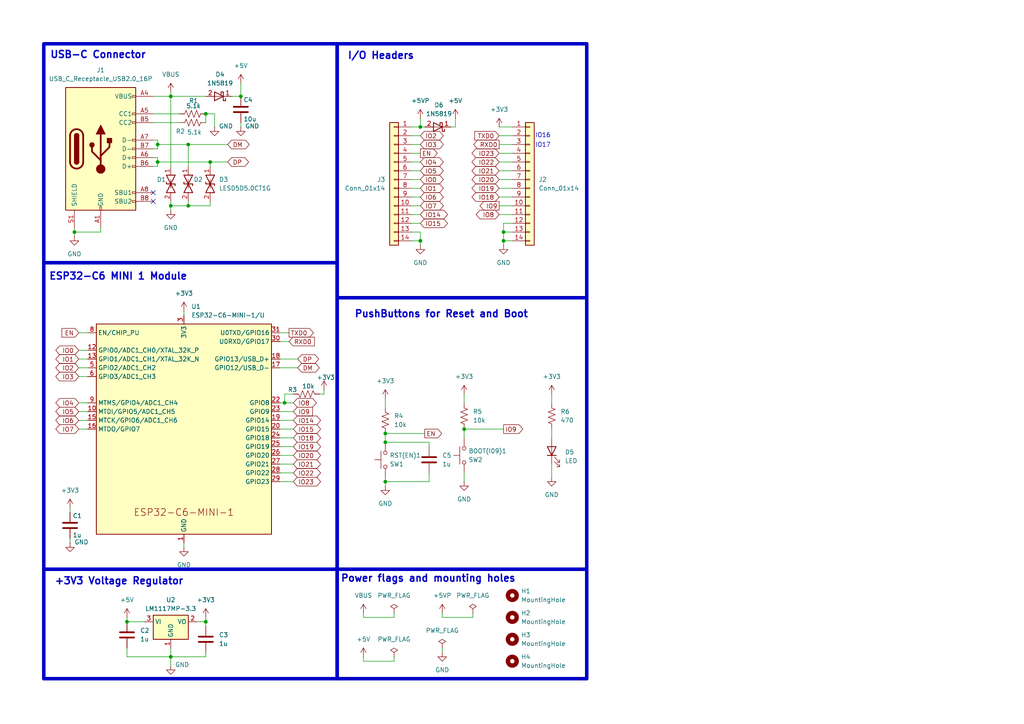
<source format=kicad_sch>
(kicad_sch (version 20250114) (generator "eeschema") (generator_version "9.0")
  (paper "A4")
  (lib_symbols
    (symbol "Connector:USB_C_Receptacle_USB2.0_16P" (pin_names (offset 1.016))
      (property "Reference" "J" (at 0 22.225 0))
      (property "Value" "USB_C_Receptacle_USB2.0_16P" (at 0 19.685 0))
      (symbol "USB_C_Receptacle_USB2.0_16P_0_0"
        (rectangle (start -0.254 -17.78) (end 0.254 -16.764))
        (rectangle (start 10.16 15.494) (end 9.144 14.986))
        (rectangle (start 10.16 10.414) (end 9.144 9.906))
        (rectangle (start 10.16 7.874) (end 9.144 7.366))
        (rectangle (start 10.16 2.794) (end 9.144 2.286))
        (rectangle (start 10.16 0.254) (end 9.144 -0.254))
        (rectangle (start 10.16 -2.286) (end 9.144 -2.794))
        (rectangle (start 10.16 -4.826) (end 9.144 -5.334))
        (rectangle (start 10.16 -12.446) (end 9.144 -12.954))
        (rectangle (start 10.16 -14.986) (end 9.144 -15.494))
      )
      (symbol "USB_C_Receptacle_USB2.0_16P_0_1"
        (rectangle (start -10.16 17.78) (end 10.16 -17.78) (stroke (width 0.254)) (fill (type background)))
        (polyline (pts (xy -8.89 -3.81) (xy -8.89 3.81)) (stroke (width 0.508)))
        (rectangle (start -7.62 -3.81) (end -6.35 3.81) (stroke (width 0.254)) (fill (type outline)))
        (arc (start -7.62 3.81) (mid -6.985 4.4423) (end -6.35 3.81) (stroke (width 0.254)))
        (arc (start -7.62 3.81) (mid -6.985 4.4423) (end -6.35 3.81) (stroke (width 0.254)) (fill (type outline)))
        (arc (start -8.89 3.81) (mid -6.985 5.7067) (end -5.08 3.81) (stroke (width 0.508)))
        (arc (start -5.08 -3.81) (mid -6.985 -5.7067) (end -8.89 -3.81) (stroke (width 0.508)))
        (arc (start -6.35 -3.81) (mid -6.985 -4.4423) (end -7.62 -3.81) (stroke (width 0.254)))
        (arc (start -6.35 -3.81) (mid -6.985 -4.4423) (end -7.62 -3.81) (stroke (width 0.254)) (fill (type outline)))
        (polyline (pts (xy -5.08 3.81) (xy -5.08 -3.81)) (stroke (width 0.508)))
        (circle (center -2.54 1.143) (radius 0.635) (stroke (width 0.254)) (fill (type outline)))
        (polyline (pts (xy -1.27 4.318) (xy 0 6.858) (xy 1.27 4.318) (xy -1.27 4.318)) (stroke (width 0.254)) (fill (type outline)))
        (polyline (pts (xy 0 -2.032) (xy 2.54 0.508) (xy 2.54 1.778)) (stroke (width 0.508)))
        (polyline (pts (xy 0 -3.302) (xy -2.54 -0.762) (xy -2.54 0.508)) (stroke (width 0.508)))
        (polyline (pts (xy 0 -5.842) (xy 0 4.318)) (stroke (width 0.508)))
        (circle (center 0 -5.842) (radius 1.27) (fill (type outline)))
        (rectangle (start 1.905 1.778) (end 3.175 3.048) (stroke (width 0.254)) (fill (type outline)))
      )
      (symbol "USB_C_Receptacle_USB2.0_16P_1_1"
        (pin passive line (at -7.62 -22.86 90) (length 5.08) (name "SHIELD") (number "S1"))
        (pin passive line (at 0 -22.86 90) (length 5.08) (name "GND") (number "A1"))
        (pin passive line (at 0 -22.86 90) (length 5.08) (hide yes) (name "GND") (number "A12"))
        (pin passive line (at 0 -22.86 90) (length 5.08) (hide yes) (name "GND") (number "B1"))
        (pin passive line (at 0 -22.86 90) (length 5.08) (hide yes) (name "GND") (number "B12"))
        (pin passive line (at 15.24 15.24 180) (length 5.08) (name "VBUS") (number "A4"))
        (pin passive line (at 15.24 15.24 180) (length 5.08) (hide yes) (name "VBUS") (number "A9"))
        (pin passive line (at 15.24 15.24 180) (length 5.08) (hide yes) (name "VBUS") (number "B4"))
        (pin passive line (at 15.24 15.24 180) (length 5.08) (hide yes) (name "VBUS") (number "B9"))
        (pin bidirectional line (at 15.24 10.16 180) (length 5.08) (name "CC1") (number "A5"))
        (pin bidirectional line (at 15.24 7.62 180) (length 5.08) (name "CC2") (number "B5"))
        (pin bidirectional line (at 15.24 2.54 180) (length 5.08) (name "D-") (number "A7"))
        (pin bidirectional line (at 15.24 0 180) (length 5.08) (name "D-") (number "B7"))
        (pin bidirectional line (at 15.24 -2.54 180) (length 5.08) (name "D+") (number "A6"))
        (pin bidirectional line (at 15.24 -5.08 180) (length 5.08) (name "D+") (number "B6"))
        (pin bidirectional line (at 15.24 -12.7 180) (length 5.08) (name "SBU1") (number "A8"))
        (pin bidirectional line (at 15.24 -15.24 180) (length 5.08) (name "SBU2") (number "B8"))
      )
    )
    (symbol "Connector_Generic:Conn_01x14" (pin_names (offset 1.016) (hide yes))
      (property "Reference" "J" (at 0 17.78 0))
      (property "Value" "Conn_01x14" (at 0 -20.32 0))
      (symbol "Conn_01x14_1_1"
        (rectangle (start -1.27 16.51) (end 1.27 -19.05) (stroke (width 0.254)) (fill (type background)))
        (rectangle (start -1.27 15.367) (end 0 15.113) (stroke (width 0.1524)))
        (rectangle (start -1.27 12.827) (end 0 12.573) (stroke (width 0.1524)))
        (rectangle (start -1.27 10.287) (end 0 10.033) (stroke (width 0.1524)))
        (rectangle (start -1.27 7.747) (end 0 7.493) (stroke (width 0.1524)))
        (rectangle (start -1.27 5.207) (end 0 4.953) (stroke (width 0.1524)))
        (rectangle (start -1.27 2.667) (end 0 2.413) (stroke (width 0.1524)))
        (rectangle (start -1.27 0.127) (end 0 -0.127) (stroke (width 0.1524)))
        (rectangle (start -1.27 -2.413) (end 0 -2.667) (stroke (width 0.1524)))
        (rectangle (start -1.27 -4.953) (end 0 -5.207) (stroke (width 0.1524)))
        (rectangle (start -1.27 -7.493) (end 0 -7.747) (stroke (width 0.1524)))
        (rectangle (start -1.27 -10.033) (end 0 -10.287) (stroke (width 0.1524)))
        (rectangle (start -1.27 -12.573) (end 0 -12.827) (stroke (width 0.1524)))
        (rectangle (start -1.27 -15.113) (end 0 -15.367) (stroke (width 0.1524)))
        (rectangle (start -1.27 -17.653) (end 0 -17.907) (stroke (width 0.1524)))
        (pin passive line (at -5.08 15.24 0) (length 3.81) (name "Pin_1") (number "1"))
        (pin passive line (at -5.08 12.7 0) (length 3.81) (name "Pin_2") (number "2"))
        (pin passive line (at -5.08 10.16 0) (length 3.81) (name "Pin_3") (number "3"))
        (pin passive line (at -5.08 7.62 0) (length 3.81) (name "Pin_4") (number "4"))
        (pin passive line (at -5.08 5.08 0) (length 3.81) (name "Pin_5") (number "5"))
        (pin passive line (at -5.08 2.54 0) (length 3.81) (name "Pin_6") (number "6"))
        (pin passive line (at -5.08 0 0) (length 3.81) (name "Pin_7") (number "7"))
        (pin passive line (at -5.08 -2.54 0) (length 3.81) (name "Pin_8") (number "8"))
        (pin passive line (at -5.08 -5.08 0) (length 3.81) (name "Pin_9") (number "9"))
        (pin passive line (at -5.08 -7.62 0) (length 3.81) (name "Pin_10") (number "10"))
        (pin passive line (at -5.08 -10.16 0) (length 3.81) (name "Pin_11") (number "11"))
        (pin passive line (at -5.08 -12.7 0) (length 3.81) (name "Pin_12") (number "12"))
        (pin passive line (at -5.08 -15.24 0) (length 3.81) (name "Pin_13") (number "13"))
        (pin passive line (at -5.08 -17.78 0) (length 3.81) (name "Pin_14") (number "14"))
      )
    )
    (symbol "Device:C" (pin_numbers (hide yes)) (pin_names (offset 0.254))
      (property "Reference" "C" (at 0.635 2.54 0))
      (property "Value" "C" (at 0.635 -2.54 0))
      (symbol "C_0_1"
        (polyline (pts (xy -2.032 0.762) (xy 2.032 0.762)) (stroke (width 0.508)))
        (polyline (pts (xy -2.032 -0.762) (xy 2.032 -0.762)) (stroke (width 0.508)))
      )
      (symbol "C_1_1"
        (pin passive line (at 0 3.81 270) (length 2.794) (name "~") (number "1"))
        (pin passive line (at 0 -3.81 90) (length 2.794) (name "~") (number "2"))
      )
    )
    (symbol "Device:LED" (pin_numbers (hide yes)) (pin_names (offset 1.016) (hide yes))
      (property "Reference" "D" (at 0 2.54 0))
      (property "Value" "LED" (at 0 -2.54 0))
      (symbol "LED_0_1"
        (polyline (pts (xy -3.048 -0.762) (xy -4.572 -2.286) (xy -3.81 -2.286) (xy -4.572 -2.286) (xy -4.572 -1.524)))
        (polyline (pts (xy -1.778 -0.762) (xy -3.302 -2.286) (xy -2.54 -2.286) (xy -3.302 -2.286) (xy -3.302 -1.524)))
        (polyline (pts (xy -1.27 0) (xy 1.27 0)))
        (polyline (pts (xy -1.27 -1.27) (xy -1.27 1.27)) (stroke (width 0.254)))
        (polyline (pts (xy 1.27 -1.27) (xy 1.27 1.27) (xy -1.27 0) (xy 1.27 -1.27)) (stroke (width 0.254)))
      )
      (symbol "LED_1_1"
        (pin passive line (at -3.81 0 0) (length 2.54) (name "K") (number "1"))
        (pin passive line (at 3.81 0 180) (length 2.54) (name "A") (number "2"))
      )
    )
    (symbol "Device:R_US" (pin_numbers (hide yes)) (pin_names (offset 0))
      (property "Reference" "R" (at 2.54 0 90))
      (property "Value" "R_US" (at -2.54 0 90))
      (symbol "R_US_0_1"
        (polyline (pts (xy 0 2.286) (xy 0 2.54)))
        (polyline (pts (xy 0 2.286) (xy 1.016 1.905) (xy 0 1.524) (xy -1.016 1.143) (xy 0 0.762)))
        (polyline (pts (xy 0 0.762) (xy 1.016 0.381) (xy 0 0) (xy -1.016 -0.381) (xy 0 -0.762)))
        (polyline (pts (xy 0 -0.762) (xy 1.016 -1.143) (xy 0 -1.524) (xy -1.016 -1.905) (xy 0 -2.286)))
        (polyline (pts (xy 0 -2.286) (xy 0 -2.54)))
      )
      (symbol "R_US_1_1"
        (pin passive line (at 0 3.81 270) (length 1.27) (name "~") (number "1"))
        (pin passive line (at 0 -3.81 90) (length 1.27) (name "~") (number "2"))
      )
    )
    (symbol "Mechanical:MountingHole" (pin_names (offset 1.016)) (in_bom no)
      (property "Reference" "H" (at 0 5.08 0))
      (property "Value" "MountingHole" (at 0 3.175 0))
      (symbol "MountingHole_0_1"
        (circle (center 0 0) (radius 1.27) (stroke (width 1.27)))
      )
    )
    (symbol "Regulator_Linear:LM1117MP-3.3"
      (property "Reference" "U" (at -3.81 3.175 0))
      (property "Value" "LM1117MP-3.3" (at 0 3.175 0))
      (symbol "LM1117MP-3.3_0_1"
        (rectangle (start -5.08 -5.08) (end 5.08 1.905) (stroke (width 0.254)) (fill (type background)))
      )
      (symbol "LM1117MP-3.3_1_1"
        (pin power_in line (at -7.62 0 0) (length 2.54) (name "VI") (number "3"))
        (pin power_in line (at 0 -7.62 90) (length 2.54) (name "GND") (number "1"))
        (pin power_out line (at 7.62 0 180) (length 2.54) (name "VO") (number "2"))
      )
    )
    (symbol "Switch:SW_Push" (pin_numbers (hide yes)) (pin_names (offset 1.016) (hide yes))
      (property "Reference" "SW" (at 1.27 2.54 0))
      (property "Value" "SW_Push" (at 0 -1.524 0))
      (symbol "SW_Push_0_1"
        (circle (center -2.032 0) (radius 0.508))
        (polyline (pts (xy 0 1.27) (xy 0 3.048)))
        (circle (center 2.032 0) (radius 0.508))
        (polyline (pts (xy 2.54 1.27) (xy -2.54 1.27)))
        (pin passive line (at -5.08 0 0) (length 2.54) (name "1") (number "1"))
        (pin passive line (at 5.08 0 180) (length 2.54) (name "2") (number "2"))
      )
    )
    (symbol "myparts:1N5819HW-7-F" (pin_names (hide yes))
      (property "Reference" "D" (at -1.27 2.794 0))
      (property "Value" "1N5819" (at 0.254 -2.794 0))
      (symbol "1N5819HW-7-F_0_1"
        (polyline (pts (xy -1.905 0.635) (xy -1.905 1.27) (xy -1.27 1.27) (xy -1.27 -1.27) (xy -0.635 -1.27) (xy -0.635 -0.635)) (stroke (width 0.254)))
        (polyline (pts (xy 1.27 1.27) (xy 1.27 -1.27) (xy -1.27 0) (xy 1.27 1.27)) (stroke (width 0.254)))
        (polyline (pts (xy 1.27 0) (xy -1.27 0)))
      )
      (symbol "1N5819HW-7-F_1_1"
        (pin passive line (at -3.81 0 0) (length 2.54) (name "K") (number "1"))
        (pin passive line (at 3.81 0 180) (length 2.54) (name "A") (number "2"))
      )
    )
    (symbol "myparts:ESP32-C6-MINI-1/U"
      (property "Reference" "U" (at -25.4 35.56 0))
      (property "Value" "ESP32-C6-MINI-1/U" (at -25.4 33.02 0))
      (symbol "ESP32-C6-MINI-1/U_0_0"
        (text "ESP32-C6-MINI-1" (at 0 -24.13 0) (effects (font (size 2 2))))
      )
      (symbol "ESP32-C6-MINI-1/U_0_1"
        (rectangle (start -25.4 30.48) (end 25.4 -30.48) (stroke (width 0.254)) (fill (type background)))
      )
      (symbol "ESP32-C6-MINI-1/U_1_1"
        (pin input line (at -27.94 27.94 0) (length 2.54) (name "EN/CHIP_PU") (number "8"))
        (pin bidirectional line (at -27.94 22.86 0) (length 2.54) (name "GPIO0/ADC1_CH0/XTAL_32K_P") (number "12"))
        (pin bidirectional line (at -27.94 20.32 0) (length 2.54) (name "GPIO1/ADC1_CH1/XTAL_32K_N") (number "13"))
        (pin bidirectional line (at -27.94 17.78 0) (length 2.54) (name "GPIO2/ADC1_CH2") (number "5"))
        (pin bidirectional line (at -27.94 15.24 0) (length 2.54) (name "GPIO3/ADC1_CH3") (number "6"))
        (pin bidirectional line (at -27.94 7.62 0) (length 2.54) (name "MTMS/GPIO4/ADC1_CH4") (number "9"))
        (pin bidirectional line (at -27.94 5.08 0) (length 2.54) (name "MTDI/GPIO5/ADC1_CH5") (number "10"))
        (pin bidirectional line (at -27.94 2.54 0) (length 2.54) (name "MTCK/GPIO6/ADC1_CH6") (number "15"))
        (pin bidirectional line (at -27.94 0 0) (length 2.54) (name "MTDO/GPIO7") (number "16"))
        (pin no_connect line (at -25.4 -5.08 0) (length 2.54) (hide yes) (name "NC") (number "4"))
        (pin no_connect line (at -25.4 -7.62 0) (length 2.54) (hide yes) (name "NC") (number "7"))
        (pin no_connect line (at -25.4 -10.16 0) (length 2.54) (hide yes) (name "NC") (number "21"))
        (pin no_connect line (at -25.4 -12.7 0) (length 2.54) (hide yes) (name "NC") (number "32"))
        (pin no_connect line (at -25.4 -15.24 0) (length 2.54) (hide yes) (name "NC") (number "33"))
        (pin no_connect line (at -25.4 -17.78 0) (length 2.54) (hide yes) (name "NC") (number "34"))
        (pin no_connect line (at -25.4 -20.32 0) (length 2.54) (hide yes) (name "NC") (number "35"))
        (pin power_in line (at 0 33.02 270) (length 2.54) (name "3V3") (number "3"))
        (pin power_in line (at 0 -33.02 90) (length 2.54) (name "GND") (number "1"))
        (pin passive line (at 0 -33.02 90) (length 2.54) (hide yes) (name "GND") (number "11"))
        (pin passive line (at 0 -33.02 90) (length 2.54) (hide yes) (name "GND") (number "14"))
        (pin passive line (at 0 -33.02 90) (length 2.54) (hide yes) (name "GND") (number "2"))
        (pin passive line (at 0 -33.02 90) (length 2.54) (hide yes) (name "GND") (number "36"))
        (pin passive line (at 0 -33.02 90) (length 2.54) (hide yes) (name "GND") (number "37"))
        (pin passive line (at 0 -33.02 90) (length 2.54) (hide yes) (name "GND") (number "38"))
        (pin passive line (at 0 -33.02 90) (length 2.54) (hide yes) (name "GND") (number "39"))
        (pin passive line (at 0 -33.02 90) (length 2.54) (hide yes) (name "GND") (number "40"))
        (pin passive line (at 0 -33.02 90) (length 2.54) (hide yes) (name "GND") (number "41"))
        (pin passive line (at 0 -33.02 90) (length 2.54) (hide yes) (name "GND") (number "42"))
        (pin passive line (at 0 -33.02 90) (length 2.54) (hide yes) (name "GND") (number "43"))
        (pin passive line (at 0 -33.02 90) (length 2.54) (hide yes) (name "GND") (number "44"))
        (pin passive line (at 0 -33.02 90) (length 2.54) (hide yes) (name "GND") (number "45"))
        (pin passive line (at 0 -33.02 90) (length 2.54) (hide yes) (name "GND") (number "46"))
        (pin passive line (at 0 -33.02 90) (length 2.54) (hide yes) (name "GND") (number "47"))
        (pin passive line (at 0 -33.02 90) (length 2.54) (hide yes) (name "GND") (number "48"))
        (pin passive line (at 0 -33.02 90) (length 2.54) (hide yes) (name "GND") (number "49"))
        (pin passive line (at 0 -33.02 90) (length 2.54) (hide yes) (name "GND") (number "50"))
        (pin passive line (at 0 -33.02 90) (length 2.54) (hide yes) (name "GND") (number "51"))
        (pin passive line (at 0 -33.02 90) (length 2.54) (hide yes) (name "GND") (number "52"))
        (pin passive line (at 0 -33.02 90) (length 2.54) (hide yes) (name "GND") (number "53"))
        (pin bidirectional line (at 27.94 27.94 180) (length 2.54) (name "U0TXD/GPIO16") (number "31"))
        (pin bidirectional line (at 27.94 25.4 180) (length 2.54) (name "U0RXD/GPIO17") (number "30"))
        (pin bidirectional line (at 27.94 20.32 180) (length 2.54) (name "GPIO13/USB_D+") (number "18"))
        (pin bidirectional line (at 27.94 17.78 180) (length 2.54) (name "GPIO12/USB_D-") (number "17"))
        (pin bidirectional line (at 27.94 7.62 180) (length 2.54) (name "GPIO8") (number "22"))
        (pin bidirectional line (at 27.94 5.08 180) (length 2.54) (name "GPIO9") (number "23"))
        (pin bidirectional line (at 27.94 2.54 180) (length 2.54) (name "GPIO14") (number "19"))
        (pin bidirectional line (at 27.94 0 180) (length 2.54) (name "GPIO15") (number "20"))
        (pin bidirectional line (at 27.94 -2.54 180) (length 2.54) (name "GPIO18") (number "24"))
        (pin bidirectional line (at 27.94 -5.08 180) (length 2.54) (name "GPIO19") (number "25"))
        (pin bidirectional line (at 27.94 -7.62 180) (length 2.54) (name "GPIO20") (number "26"))
        (pin bidirectional line (at 27.94 -10.16 180) (length 2.54) (name "GPIO21") (number "27"))
        (pin bidirectional line (at 27.94 -12.7 180) (length 2.54) (name "GPIO22") (number "28"))
        (pin bidirectional line (at 27.94 -15.24 180) (length 2.54) (name "GPIO23") (number "29"))
      )
    )
    (symbol "myparts:LESD5D5.0CT1G" (pin_names (hide yes))
      (property "Reference" "D" (at -9.906 -3.048 0))
      (property "Value" "LESD5D5.0CT1G" (at 0 0 0))
      (symbol "LESD5D5.0CT1G_0_1"
        (polyline (pts (xy -2.54 1.27) (xy -2.54 -1.27) (xy 2.54 1.27) (xy 2.54 -1.27) (xy -2.54 1.27)) (stroke (width 0.254)))
        (polyline (pts (xy 0.508 1.27) (xy 0 1.27) (xy 0 -1.27) (xy -0.508 -1.27)) (stroke (width 0.254)))
        (polyline (pts (xy 1.27 0) (xy -1.27 0)))
      )
      (symbol "LESD5D5.0CT1G_1_1"
        (pin passive line (at -5.08 0 0) (length 2.54) (name "A1") (number "1"))
        (pin passive line (at 5.08 0 180) (length 2.54) (name "A2") (number "2"))
      )
    )
    (symbol "power:+3V3" (power) (pin_numbers (hide yes)) (pin_names (offset 0) (hide yes))
      (property "Value" "+3V3" (at 0 3.556 0))
      (symbol "+3V3_0_1"
        (polyline (pts (xy -0.762 1.27) (xy 0 2.54)))
        (polyline (pts (xy 0 2.54) (xy 0.762 1.27)))
        (polyline (pts (xy 0 0) (xy 0 2.54)))
      )
      (symbol "+3V3_1_1"
        (pin power_in line (at 0 0 90) (length 0) (name "~") (number "1"))
      )
    )
    (symbol "power:+5V" (power) (pin_numbers (hide yes)) (pin_names (offset 0) (hide yes))
      (property "Value" "+5V" (at 0 3.556 0))
      (symbol "+5V_0_1"
        (polyline (pts (xy -0.762 1.27) (xy 0 2.54)))
        (polyline (pts (xy 0 2.54) (xy 0.762 1.27)))
        (polyline (pts (xy 0 0) (xy 0 2.54)))
      )
      (symbol "+5V_1_1"
        (pin power_in line (at 0 0 90) (length 0) (name "~") (number "1"))
      )
    )
    (symbol "power:+5VP" (power) (pin_numbers (hide yes)) (pin_names (offset 0) (hide yes))
      (property "Value" "+5VP" (at 0 3.556 0))
      (symbol "+5VP_0_1"
        (polyline (pts (xy -0.762 1.27) (xy 0 2.54)))
        (polyline (pts (xy 0 2.54) (xy 0.762 1.27)))
        (polyline (pts (xy 0 0) (xy 0 2.54)))
      )
      (symbol "+5VP_1_1"
        (pin power_in line (at 0 0 90) (length 0) (name "~") (number "1"))
      )
    )
    (symbol "power:GND" (power) (pin_numbers (hide yes)) (pin_names (offset 0) (hide yes))
      (property "Value" "GND" (at 0 -3.81 0))
      (symbol "GND_0_1"
        (polyline (pts (xy 0 0) (xy 0 -1.27) (xy 1.27 -1.27) (xy 0 -2.54) (xy -1.27 -1.27) (xy 0 -1.27)))
      )
      (symbol "GND_1_1"
        (pin power_in line (at 0 0 270) (length 0) (name "~") (number "1"))
      )
    )
    (symbol "power:PWR_FLAG" (power) (pin_numbers (hide yes)) (pin_names (offset 0) (hide yes))
      (property "Value" "PWR_FLAG" (at 0 3.81 0))
      (symbol "PWR_FLAG_0_0"
        (pin power_out line (at 0 0 90) (length 0) (name "~") (number "1"))
      )
      (symbol "PWR_FLAG_0_1"
        (polyline (pts (xy 0 0) (xy 0 1.27) (xy -1.016 1.905) (xy 0 2.54) (xy 1.016 1.905) (xy 0 1.27)))
      )
    )
    (symbol "power:VBUS" (power) (pin_numbers (hide yes)) (pin_names (offset 0) (hide yes))
      (property "Value" "VBUS" (at 0 3.556 0))
      (symbol "VBUS_0_1"
        (polyline (pts (xy -0.762 1.27) (xy 0 2.54)))
        (polyline (pts (xy 0 2.54) (xy 0.762 1.27)))
        (polyline (pts (xy 0 0) (xy 0 2.54)))
      )
      (symbol "VBUS_1_1"
        (pin power_in line (at 0 0 90) (length 0) (name "~") (number "1"))
      )
    )
  )
  (rectangle (start 12.7 165.1) (end 97.79 196.85) (stroke (width 1.016)))
  (rectangle (start 97.79 165.1) (end 170.18 196.85) (stroke (width 1.016)))
  (rectangle (start 97.79 86.36) (end 170.18 165.1) (stroke (width 1.016)))
  (rectangle (start 12.7 12.7) (end 97.79 76.2) (stroke (width 1.016)))
  (rectangle (start 12.7 76.2) (end 97.79 165.1) (stroke (width 1.016)))
  (rectangle (start 97.79 12.7) (end 170.18 86.36) (stroke (width 1.016)))
  (text "USB-C Connector" (at 28.448 16.002 0) (effects (font (size 2.032 2.032) (thickness 0.4064) (bold yes))))
  (text "+3V3 Voltage Regulator" (at 34.544 168.656 0) (effects (font (size 2.032 2.032) (thickness 0.4064) (bold yes))))
  (text "PushButtons for Reset and Boot" (at 128.016 91.186 0) (effects (font (size 2.032 2.032) (thickness 0.4064) (bold yes))))
  (text "I/O Headers" (at 110.49 16.256 0) (effects (font (size 2.032 2.032) (thickness 0.4064) (bold yes))))
  (text "Power flags and mounting holes" (at 124.206 167.894 0) (effects (font (size 2.032 2.032) (thickness 0.4064) (bold yes))))
  (text "ESP32-C6 MINI 1 Module" (at 34.29 80.264 0) (effects (font (size 2.032 2.032) (thickness 0.4064) (bold yes))))
  (text "IO17" (at 157.48 42.164 0) (effects (font (size 1.27 1.27))))
  (text "IO16" (at 157.48 39.37 0) (effects (font (size 1.27 1.27))))
  (junction (at 49.53 59.69))
  (junction (at 59.69 180.34))
  (junction (at 111.76 125.73))
  (junction (at 36.83 180.34))
  (junction (at 121.92 36.83))
  (junction (at 69.85 27.94))
  (junction (at 21.59 67.31))
  (junction (at 49.53 27.94))
  (junction (at 54.61 41.91))
  (junction (at 82.55 116.84))
  (junction (at 45.72 46.99))
  (junction (at 59.69 33.02))
  (junction (at 49.53 190.5))
  (junction (at 111.76 128.27))
  (junction (at 146.05 67.31))
  (junction (at 45.72 41.91))
  (junction (at 134.62 124.46))
  (junction (at 54.61 59.69))
  (junction (at 111.76 139.7))
  (junction (at 146.05 69.85))
  (junction (at 60.96 46.99))
  (junction (at 121.92 69.85))
  (no_connect (at 44.45 58.42))
  (no_connect (at 44.45 55.88))
  (wire (pts (xy 81.28 116.84) (xy 82.55 116.84)))
  (wire (pts (xy 111.76 125.73) (xy 123.19 125.73)))
  (wire (pts (xy 36.83 187.96) (xy 36.83 190.5)))
  (wire (pts (xy 85.09 114.3) (xy 82.55 114.3)))
  (wire (pts (xy 124.46 128.27) (xy 124.46 129.54)))
  (wire (pts (xy 44.45 27.94) (xy 49.53 27.94)))
  (wire (pts (xy 81.28 96.52) (xy 83.82 96.52)))
  (wire (pts (xy 111.76 125.73) (xy 111.76 128.27)))
  (wire (pts (xy 81.28 129.54) (xy 85.09 129.54)))
  (wire (pts (xy 69.85 35.56) (xy 69.85 36.83)))
  (wire (pts (xy 45.72 40.64) (xy 45.72 41.91)))
  (wire (pts (xy 121.92 67.31) (xy 121.92 69.85)))
  (wire (pts (xy 81.28 119.38) (xy 85.09 119.38)))
  (wire (pts (xy 22.86 124.46) (xy 25.4 124.46)))
  (wire (pts (xy 160.02 124.46) (xy 160.02 127)))
  (wire (pts (xy 44.45 35.56) (xy 52.07 35.56)))
  (wire (pts (xy 20.32 147.32) (xy 20.32 148.59)))
  (wire (pts (xy 20.32 156.21) (xy 20.32 157.48)))
  (wire (pts (xy 81.28 99.06) (xy 83.82 99.06)))
  (wire (pts (xy 49.53 190.5) (xy 49.53 193.04)))
  (wire (pts (xy 81.28 124.46) (xy 85.09 124.46)))
  (wire (pts (xy 45.72 46.99) (xy 45.72 48.26)))
  (wire (pts (xy 45.72 46.99) (xy 60.96 46.99)))
  (wire (pts (xy 57.15 180.34) (xy 59.69 180.34)))
  (wire (pts (xy 119.38 49.53) (xy 121.92 49.53)))
  (wire (pts (xy 134.62 137.16) (xy 134.62 139.7)))
  (wire (pts (xy 111.76 128.27) (xy 124.46 128.27)))
  (wire (pts (xy 36.83 190.5) (xy 49.53 190.5)))
  (wire (pts (xy 121.92 69.85) (xy 121.92 71.12)))
  (wire (pts (xy 59.69 179.07) (xy 59.69 180.34)))
  (wire (pts (xy 49.53 27.94) (xy 59.69 27.94)))
  (wire (pts (xy 148.59 64.77) (xy 146.05 64.77)))
  (wire (pts (xy 22.86 119.38) (xy 25.4 119.38)))
  (wire (pts (xy 21.59 66.04) (xy 21.59 67.31)))
  (wire (pts (xy 124.46 139.7) (xy 111.76 139.7)))
  (wire (pts (xy 36.83 179.07) (xy 36.83 180.34)))
  (wire (pts (xy 49.53 190.5) (xy 59.69 190.5)))
  (wire (pts (xy 111.76 138.43) (xy 111.76 139.7)))
  (wire (pts (xy 134.62 124.46) (xy 146.05 124.46)))
  (wire (pts (xy 124.46 137.16) (xy 124.46 139.7)))
  (wire (pts (xy 49.53 59.69) (xy 54.61 59.69)))
  (wire (pts (xy 121.92 36.83) (xy 123.19 36.83)))
  (wire (pts (xy 114.3 190.5) (xy 114.3 191.77)))
  (wire (pts (xy 22.86 106.68) (xy 25.4 106.68)))
  (wire (pts (xy 119.38 59.69) (xy 121.92 59.69)))
  (wire (pts (xy 49.53 59.69) (xy 49.53 60.96)))
  (wire (pts (xy 59.69 181.61) (xy 59.69 180.34)))
  (wire (pts (xy 44.45 33.02) (xy 52.07 33.02)))
  (wire (pts (xy 146.05 64.77) (xy 146.05 67.31)))
  (wire (pts (xy 67.31 27.94) (xy 69.85 27.94)))
  (wire (pts (xy 119.38 67.31) (xy 121.92 67.31)))
  (wire (pts (xy 111.76 115.57) (xy 111.76 118.11)))
  (wire (pts (xy 93.98 114.3) (xy 92.71 114.3)))
  (wire (pts (xy 62.23 36.83) (xy 62.23 33.02)))
  (wire (pts (xy 144.78 44.45) (xy 148.59 44.45)))
  (wire (pts (xy 128.27 177.8) (xy 128.27 179.07)))
  (wire (pts (xy 81.28 137.16) (xy 85.09 137.16)))
  (wire (pts (xy 144.78 36.83) (xy 148.59 36.83)))
  (wire (pts (xy 45.72 41.91) (xy 45.72 43.18)))
  (wire (pts (xy 160.02 114.3) (xy 160.02 116.84)))
  (wire (pts (xy 81.28 104.14) (xy 86.36 104.14)))
  (wire (pts (xy 137.16 177.8) (xy 137.16 179.07)))
  (wire (pts (xy 60.96 58.42) (xy 60.96 59.69)))
  (wire (pts (xy 111.76 139.7) (xy 111.76 140.97)))
  (wire (pts (xy 119.38 69.85) (xy 121.92 69.85)))
  (wire (pts (xy 119.38 64.77) (xy 121.92 64.77)))
  (wire (pts (xy 144.78 46.99) (xy 148.59 46.99)))
  (wire (pts (xy 60.96 46.99) (xy 60.96 48.26)))
  (wire (pts (xy 44.45 48.26) (xy 45.72 48.26)))
  (wire (pts (xy 134.62 124.46) (xy 134.62 127)))
  (wire (pts (xy 105.41 190.5) (xy 105.41 191.77)))
  (wire (pts (xy 54.61 41.91) (xy 54.61 48.26)))
  (wire (pts (xy 81.28 121.92) (xy 85.09 121.92)))
  (wire (pts (xy 85.09 116.84) (xy 82.55 116.84)))
  (wire (pts (xy 44.45 40.64) (xy 45.72 40.64)))
  (wire (pts (xy 144.78 41.91) (xy 148.59 41.91)))
  (wire (pts (xy 144.78 52.07) (xy 148.59 52.07)))
  (wire (pts (xy 49.53 58.42) (xy 49.53 59.69)))
  (wire (pts (xy 21.59 67.31) (xy 29.21 67.31)))
  (wire (pts (xy 119.38 52.07) (xy 121.92 52.07)))
  (wire (pts (xy 119.38 39.37) (xy 121.92 39.37)))
  (wire (pts (xy 44.45 45.72) (xy 45.72 45.72)))
  (wire (pts (xy 81.28 132.08) (xy 85.09 132.08)))
  (wire (pts (xy 148.59 67.31) (xy 146.05 67.31)))
  (wire (pts (xy 21.59 67.31) (xy 21.59 68.58)))
  (wire (pts (xy 105.41 177.8) (xy 105.41 179.07)))
  (wire (pts (xy 93.98 113.03) (xy 93.98 114.3)))
  (wire (pts (xy 146.05 69.85) (xy 148.59 69.85)))
  (wire (pts (xy 119.38 46.99) (xy 121.92 46.99)))
  (wire (pts (xy 132.08 34.29) (xy 132.08 36.83)))
  (wire (pts (xy 54.61 59.69) (xy 60.96 59.69)))
  (wire (pts (xy 59.69 33.02) (xy 62.23 33.02)))
  (wire (pts (xy 81.28 127) (xy 85.09 127)))
  (wire (pts (xy 130.81 36.83) (xy 132.08 36.83)))
  (wire (pts (xy 119.38 54.61) (xy 121.92 54.61)))
  (wire (pts (xy 119.38 57.15) (xy 121.92 57.15)))
  (wire (pts (xy 105.41 179.07) (xy 114.3 179.07)))
  (wire (pts (xy 81.28 134.62) (xy 85.09 134.62)))
  (wire (pts (xy 36.83 180.34) (xy 41.91 180.34)))
  (wire (pts (xy 59.69 33.02) (xy 59.69 35.56)))
  (wire (pts (xy 29.21 66.04) (xy 29.21 67.31)))
  (wire (pts (xy 22.86 101.6) (xy 25.4 101.6)))
  (wire (pts (xy 22.86 96.52) (xy 25.4 96.52)))
  (wire (pts (xy 114.3 177.8) (xy 114.3 179.07)))
  (wire (pts (xy 119.38 36.83) (xy 121.92 36.83)))
  (wire (pts (xy 146.05 67.31) (xy 146.05 69.85)))
  (wire (pts (xy 119.38 62.23) (xy 121.92 62.23)))
  (wire (pts (xy 119.38 44.45) (xy 121.92 44.45)))
  (wire (pts (xy 82.55 114.3) (xy 82.55 116.84)))
  (wire (pts (xy 146.05 69.85) (xy 146.05 71.12)))
  (wire (pts (xy 54.61 58.42) (xy 54.61 59.69)))
  (wire (pts (xy 53.34 157.48) (xy 53.34 158.75)))
  (wire (pts (xy 45.72 45.72) (xy 45.72 46.99)))
  (wire (pts (xy 22.86 104.14) (xy 25.4 104.14)))
  (wire (pts (xy 160.02 134.62) (xy 160.02 138.43)))
  (wire (pts (xy 144.78 59.69) (xy 148.59 59.69)))
  (wire (pts (xy 128.27 187.96) (xy 128.27 189.23)))
  (wire (pts (xy 69.85 24.13) (xy 69.85 27.94)))
  (wire (pts (xy 49.53 48.26) (xy 49.53 27.94)))
  (wire (pts (xy 144.78 62.23) (xy 148.59 62.23)))
  (wire (pts (xy 59.69 189.23) (xy 59.69 190.5)))
  (wire (pts (xy 53.34 90.17) (xy 53.34 91.44)))
  (wire (pts (xy 119.38 41.91) (xy 121.92 41.91)))
  (wire (pts (xy 45.72 43.18) (xy 44.45 43.18)))
  (wire (pts (xy 144.78 49.53) (xy 148.59 49.53)))
  (wire (pts (xy 81.28 139.7) (xy 85.09 139.7)))
  (wire (pts (xy 105.41 191.77) (xy 114.3 191.77)))
  (wire (pts (xy 45.72 41.91) (xy 54.61 41.91)))
  (wire (pts (xy 81.28 106.68) (xy 86.36 106.68)))
  (wire (pts (xy 54.61 41.91) (xy 66.04 41.91)))
  (wire (pts (xy 144.78 39.37) (xy 148.59 39.37)))
  (wire (pts (xy 22.86 109.22) (xy 25.4 109.22)))
  (wire (pts (xy 22.86 116.84) (xy 25.4 116.84)))
  (wire (pts (xy 121.92 34.29) (xy 121.92 36.83)))
  (wire (pts (xy 49.53 26.67) (xy 49.53 27.94)))
  (wire (pts (xy 60.96 46.99) (xy 66.04 46.99)))
  (wire (pts (xy 134.62 114.3) (xy 134.62 116.84)))
  (wire (pts (xy 144.78 57.15) (xy 148.59 57.15)))
  (wire (pts (xy 49.53 187.96) (xy 49.53 190.5)))
  (wire (pts (xy 128.27 179.07) (xy 137.16 179.07)))
  (wire (pts (xy 144.78 54.61) (xy 148.59 54.61)))
  (wire (pts (xy 22.86 121.92) (xy 25.4 121.92)))
  (global_label "IO4" (shape bidirectional) (at 22.86 116.84 180) (property "Intersheetrefs" "${INTERSHEET_REFS}" (effects (hide yes))))
  (global_label "IO20" (shape bidirectional) (at 85.09 132.08 0) (property "Intersheetrefs" "${INTERSHEET_REFS}" (effects (hide yes))))
  (global_label "TXD0" (shape input) (at 144.78 39.37 180) (property "Intersheetrefs" "${INTERSHEET_REFS}" (effects (hide yes))))
  (global_label "IO14" (shape bidirectional) (at 121.92 62.23 0) (property "Intersheetrefs" "${INTERSHEET_REFS}" (effects (hide yes))))
  (global_label "IO21" (shape bidirectional) (at 144.78 49.53 180) (property "Intersheetrefs" "${INTERSHEET_REFS}" (effects (hide yes))))
  (global_label "IO8" (shape bidirectional) (at 85.09 116.84 0) (property "Intersheetrefs" "${INTERSHEET_REFS}" (effects (hide yes))))
  (global_label "IO22" (shape bidirectional) (at 144.78 46.99 180) (property "Intersheetrefs" "${INTERSHEET_REFS}" (effects (hide yes))))
  (global_label "IO1" (shape bidirectional) (at 121.92 54.61 0) (property "Intersheetrefs" "${INTERSHEET_REFS}" (effects (hide yes))))
  (global_label "IO14" (shape bidirectional) (at 85.09 121.92 0) (property "Intersheetrefs" "${INTERSHEET_REFS}" (effects (hide yes))))
  (global_label "IO6" (shape bidirectional) (at 121.92 57.15 0) (property "Intersheetrefs" "${INTERSHEET_REFS}" (effects (hide yes))))
  (global_label "RXD0" (shape input) (at 83.82 99.06 0) (property "Intersheetrefs" "${INTERSHEET_REFS}" (effects (hide yes))))
  (global_label "IO3" (shape bidirectional) (at 121.92 41.91 0) (property "Intersheetrefs" "${INTERSHEET_REFS}" (effects (hide yes))))
  (global_label "DM" (shape bidirectional) (at 66.04 41.91 0) (property "Intersheetrefs" "${INTERSHEET_REFS}" (effects (hide yes))))
  (global_label "IO23" (shape bidirectional) (at 144.78 44.45 180) (property "Intersheetrefs" "${INTERSHEET_REFS}" (effects (hide yes))))
  (global_label "IO21" (shape bidirectional) (at 85.09 134.62 0) (property "Intersheetrefs" "${INTERSHEET_REFS}" (effects (hide yes))))
  (global_label "IO9" (shape output) (at 146.05 124.46 0) (property "Intersheetrefs" "${INTERSHEET_REFS}" (effects (hide yes))))
  (global_label "IO0" (shape bidirectional) (at 121.92 52.07 0) (property "Intersheetrefs" "${INTERSHEET_REFS}" (effects (hide yes))))
  (global_label "IO15" (shape bidirectional) (at 121.92 64.77 0) (property "Intersheetrefs" "${INTERSHEET_REFS}" (effects (hide yes))))
  (global_label "IO9" (shape output) (at 144.78 59.69 180) (property "Intersheetrefs" "${INTERSHEET_REFS}" (effects (hide yes))))
  (global_label "IO8" (shape bidirectional) (at 144.78 62.23 180) (property "Intersheetrefs" "${INTERSHEET_REFS}" (effects (hide yes))))
  (global_label "IO18" (shape bidirectional) (at 85.09 127 0) (property "Intersheetrefs" "${INTERSHEET_REFS}" (effects (hide yes))))
  (global_label "IO4" (shape bidirectional) (at 121.92 46.99 0) (property "Intersheetrefs" "${INTERSHEET_REFS}" (effects (hide yes))))
  (global_label "DP" (shape bidirectional) (at 86.36 104.14 0) (property "Intersheetrefs" "${INTERSHEET_REFS}" (effects (hide yes))))
  (global_label "RXD0" (shape output) (at 144.78 41.91 180) (property "Intersheetrefs" "${INTERSHEET_REFS}" (effects (hide yes))))
  (global_label "IO9" (shape input) (at 85.09 119.38 0) (property "Intersheetrefs" "${INTERSHEET_REFS}" (effects (hide yes))))
  (global_label "IO2" (shape bidirectional) (at 121.92 39.37 0) (property "Intersheetrefs" "${INTERSHEET_REFS}" (effects (hide yes))))
  (global_label "IO2" (shape bidirectional) (at 22.86 106.68 180) (property "Intersheetrefs" "${INTERSHEET_REFS}" (effects (hide yes))))
  (global_label "EN" (shape output) (at 123.19 125.73 0) (property "Intersheetrefs" "${INTERSHEET_REFS}" (effects (hide yes))))
  (global_label "IO19" (shape bidirectional) (at 144.78 54.61 180) (property "Intersheetrefs" "${INTERSHEET_REFS}" (effects (hide yes))))
  (global_label "IO0" (shape bidirectional) (at 22.86 101.6 180) (property "Intersheetrefs" "${INTERSHEET_REFS}" (effects (hide yes))))
  (global_label "IO6" (shape bidirectional) (at 22.86 121.92 180) (property "Intersheetrefs" "${INTERSHEET_REFS}" (effects (hide yes))))
  (global_label "IO22" (shape bidirectional) (at 85.09 137.16 0) (property "Intersheetrefs" "${INTERSHEET_REFS}" (effects (hide yes))))
  (global_label "IO5" (shape bidirectional) (at 22.86 119.38 180) (property "Intersheetrefs" "${INTERSHEET_REFS}" (effects (hide yes))))
  (global_label "IO23" (shape bidirectional) (at 85.09 139.7 0) (property "Intersheetrefs" "${INTERSHEET_REFS}" (effects (hide yes))))
  (global_label "IO1" (shape bidirectional) (at 22.86 104.14 180) (property "Intersheetrefs" "${INTERSHEET_REFS}" (effects (hide yes))))
  (global_label "IO19" (shape bidirectional) (at 85.09 129.54 0) (property "Intersheetrefs" "${INTERSHEET_REFS}" (effects (hide yes))))
  (global_label "IO15" (shape bidirectional) (at 85.09 124.46 0) (property "Intersheetrefs" "${INTERSHEET_REFS}" (effects (hide yes))))
  (global_label "IO20" (shape bidirectional) (at 144.78 52.07 180) (property "Intersheetrefs" "${INTERSHEET_REFS}" (effects (hide yes))))
  (global_label "IO5" (shape bidirectional) (at 121.92 49.53 0) (property "Intersheetrefs" "${INTERSHEET_REFS}" (effects (hide yes))))
  (global_label "EN" (shape output) (at 121.92 44.45 0) (property "Intersheetrefs" "${INTERSHEET_REFS}" (effects (hide yes))))
  (global_label "IO3" (shape bidirectional) (at 22.86 109.22 180) (property "Intersheetrefs" "${INTERSHEET_REFS}" (effects (hide yes))))
  (global_label "IO7" (shape bidirectional) (at 121.92 59.69 0) (property "Intersheetrefs" "${INTERSHEET_REFS}" (effects (hide yes))))
  (global_label "IO18" (shape bidirectional) (at 144.78 57.15 180) (property "Intersheetrefs" "${INTERSHEET_REFS}" (effects (hide yes))))
  (global_label "TXD0" (shape output) (at 83.82 96.52 0) (property "Intersheetrefs" "${INTERSHEET_REFS}" (effects (hide yes))))
  (global_label "DP" (shape bidirectional) (at 66.04 46.99 0) (property "Intersheetrefs" "${INTERSHEET_REFS}" (effects (hide yes))))
  (global_label "EN" (shape input) (at 22.86 96.52 180) (property "Intersheetrefs" "${INTERSHEET_REFS}" (effects (hide yes))))
  (global_label "IO7" (shape bidirectional) (at 22.86 124.46 180) (property "Intersheetrefs" "${INTERSHEET_REFS}" (effects (hide yes))))
  (global_label "DM" (shape bidirectional) (at 86.36 106.68 0) (property "Intersheetrefs" "${INTERSHEET_REFS}" (effects (hide yes))))
  (symbol (lib_id "power:GND") (at 21.59 68.58 0) (unit 1)
    (property "Reference" "#PWR05" (effects (hide yes)))
    (property "Value" "GND" (at 21.59 73.66 0))
    (property "Description" "Power symbol creates a global label with name \"GND\" , ground" (effects (hide yes)))
  )
  (symbol (lib_id "power:+5VP") (at 128.27 177.8 0) (unit 1)
    (property "Reference" "#PWR024" (effects (hide yes)))
    (property "Value" "+5VP" (at 128.27 172.72 0))
    (property "Description" "Power symbol creates a global label with name \"+5VP\"" (effects (hide yes)))
  )
  (symbol (lib_id "Mechanical:MountingHole") (at 148.59 172.72 0) (unit 1) (in_bom no)
    (property "Reference" "H1" (at 151.13 171.4499 0) (effects (justify left)))
    (property "Value" "MountingHole" (at 151.13 173.9899 0) (effects (justify left)))
    (property "Footprint" "MountingHole:MountingHole_3.2mm_M3" (effects (hide yes)))
    (property "Description" "Mounting Hole without connection" (effects (hide yes)))
  )
  (symbol (lib_id "myparts:ESP32-C6-MINI-1/U") (at 53.34 124.46 0) (unit 1)
    (property "Reference" "U1" (at 55.4833 88.9 0) (effects (justify left)))
    (property "Value" "ESP32-C6-MINI-1/U" (at 55.4833 91.44 0) (effects (justify left)))
    (property "Footprint" "myparts:ESP32-C6-MINI-1" (effects (hide yes)))
    (property "Datasheet" "https://www.espressif.com/sites/default/files/documentation/esp32-c6-mini-1_datasheet_en.pdf" (effects (hide yes)))
    (property "Description" "ESP32-C6-MINI-1 is a module that supports 2.4 GHz Wi-Fi 6 (802.11 ax), Bluetooth® 5 (LE), Zigbee and Thread (802.15.4)" (effects (hide yes)))
  )
  (symbol (lib_id "power:GND") (at 53.34 158.75 0) (unit 1)
    (property "Reference" "#PWR08" (effects (hide yes)))
    (property "Value" "GND" (at 53.34 163.83 0))
    (property "Description" "Power symbol creates a global label with name \"GND\" , ground" (effects (hide yes)))
  )
  (symbol (lib_id "Device:R_US") (at 55.88 35.56 90) (unit 1)
    (property "Reference" "R2" (at 52.324 38.1 90))
    (property "Value" "5.1k" (at 56.388 38.354 90))
    (property "Footprint" "Resistor_SMD:R_1206_3216Metric_Pad1.30x1.75mm_HandSolder" (effects (hide yes)))
    (property "Description" "Resistor, US symbol" (effects (hide yes)))
  )
  (symbol (lib_id "power:GND") (at 62.23 36.83 0) (unit 1)
    (property "Reference" "#PWR03" (effects (hide yes)))
    (property "Value" "GND" (at 65.532 36.576 0))
    (property "Description" "Power symbol creates a global label with name \"GND\" , ground" (effects (hide yes)))
  )
  (symbol (lib_id "power:GND") (at 49.53 60.96 0) (unit 1)
    (property "Reference" "#PWR02" (effects (hide yes)))
    (property "Value" "GND" (at 49.53 66.04 0))
    (property "Description" "Power symbol creates a global label with name \"GND\" , ground" (effects (hide yes)))
  )
  (symbol (lib_id "Device:R_US") (at 134.62 120.65 180) (unit 1)
    (property "Reference" "R5" (at 137.16 119.3799 0) (effects (justify right)))
    (property "Value" "10k" (at 137.16 121.9199 0) (effects (justify right)))
    (property "Footprint" "Resistor_SMD:R_1206_3216Metric_Pad1.30x1.75mm_HandSolder" (effects (hide yes)))
    (property "Description" "Resistor, US symbol" (effects (hide yes)))
  )
  (symbol (lib_id "power:+3V3") (at 134.62 114.3 0) (unit 1)
    (property "Reference" "#PWR011" (effects (hide yes)))
    (property "Value" "+3V3" (at 134.62 109.22 0))
    (property "Description" "Power symbol creates a global label with name \"+3V3\"" (effects (hide yes)))
  )
  (symbol (lib_id "power:PWR_FLAG") (at 114.3 177.8 0) (unit 1)
    (property "Reference" "#FLG01" (effects (hide yes)))
    (property "Value" "PWR_FLAG" (at 114.3 172.72 0))
    (property "Description" "Special symbol for telling ERC where power comes from" (effects (hide yes)))
  )
  (symbol (lib_id "power:GND") (at 146.05 71.12 0) (unit 1)
    (property "Reference" "#PWR018" (effects (hide yes)))
    (property "Value" "GND" (at 146.05 76.2 0))
    (property "Description" "Power symbol creates a global label with name \"GND\" , ground" (effects (hide yes)))
  )
  (symbol (lib_id "Device:R_US") (at 88.9 114.3 90) (mirror x) (unit 1)
    (property "Reference" "R3" (at 84.836 113.03 90))
    (property "Value" "10k" (at 89.408 112.014 90))
    (property "Footprint" "Resistor_SMD:R_1206_3216Metric_Pad1.30x1.75mm_HandSolder" (effects (hide yes)))
    (property "Description" "Resistor, US symbol" (effects (hide yes)))
  )
  (symbol (lib_id "power:GND") (at 121.92 71.12 0) (unit 1)
    (property "Reference" "#PWR014" (effects (hide yes)))
    (property "Value" "GND" (at 121.92 76.2 0))
    (property "Description" "Power symbol creates a global label with name \"GND\" , ground" (effects (hide yes)))
  )
  (symbol (lib_id "power:GND") (at 20.32 157.48 0) (unit 1)
    (property "Reference" "#PWR029" (effects (hide yes)))
    (property "Value" "GND" (at 23.622 157.226 0))
    (property "Description" "Power symbol creates a global label with name \"GND\" , ground" (effects (hide yes)))
  )
  (symbol (lib_id "power:+3V3") (at 59.69 179.07 0) (unit 1)
    (property "Reference" "#PWR06" (effects (hide yes)))
    (property "Value" "+3V3" (at 59.69 173.99 0))
    (property "Description" "Power symbol creates a global label with name \"+3V3\"" (effects (hide yes)))
  )
  (symbol (lib_id "Device:R_US") (at 111.76 121.92 180) (unit 1)
    (property "Reference" "R4" (at 114.3 120.6499 0) (effects (justify right)))
    (property "Value" "10k" (at 114.3 123.1899 0) (effects (justify right)))
    (property "Footprint" "Resistor_SMD:R_1206_3216Metric_Pad1.30x1.75mm_HandSolder" (effects (hide yes)))
    (property "Description" "Resistor, US symbol" (effects (hide yes)))
  )
  (symbol (lib_id "power:GND") (at 49.53 193.04 0) (unit 1)
    (property "Reference" "#PWR021" (effects (hide yes)))
    (property "Value" "GND" (at 52.832 192.786 0))
    (property "Description" "Power symbol creates a global label with name \"GND\" , ground" (effects (hide yes)))
  )
  (symbol (lib_id "power:+3V3") (at 20.32 147.32 0) (unit 1)
    (property "Reference" "#PWR028" (effects (hide yes)))
    (property "Value" "+3V3" (at 20.32 142.24 0))
    (property "Description" "Power symbol creates a global label with name \"+3V3\"" (effects (hide yes)))
  )
  (symbol (lib_id "Connector_Generic:Conn_01x14") (at 153.67 52.07 0) (unit 1)
    (property "Reference" "J2" (at 156.21 52.0699 0) (effects (justify left)))
    (property "Value" "Conn_01x14" (at 156.21 54.6099 0) (effects (justify left)))
    (property "Footprint" "Connector_PinSocket_2.54mm:PinSocket_1x14_P2.54mm_Vertical" (effects (hide yes)))
    (property "Description" "Generic connector, single row, 01x14, script generated (kicad-library-utils/schlib/autogen/connector/)" (effects (hide yes)))
  )
  (symbol (lib_id "power:VBUS") (at 105.41 177.8 0) (unit 1)
    (property "Reference" "#PWR022" (effects (hide yes)))
    (property "Value" "VBUS" (at 105.41 172.72 0))
    (property "Description" "Power symbol creates a global label with name \"VBUS\"" (effects (hide yes)))
  )
  (symbol (lib_id "power:+5VP") (at 121.92 34.29 0) (unit 1)
    (property "Reference" "#PWR015" (effects (hide yes)))
    (property "Value" "+5VP" (at 121.92 29.21 0))
    (property "Description" "Power symbol creates a global label with name \"+5VP\"" (effects (hide yes)))
  )
  (symbol (lib_id "Device:C") (at 20.32 152.4 0) (unit 1)
    (property "Reference" "C1" (at 21.082 149.606 0) (effects (justify left)))
    (property "Value" "1u" (at 21.082 155.194 0) (effects (justify left)))
    (property "Footprint" "Resistor_SMD:R_1206_3216Metric_Pad1.30x1.75mm_HandSolder" (effects (hide yes)))
    (property "Description" "Unpolarized capacitor" (effects (hide yes)))
  )
  (symbol (lib_id "myparts:LESD5D5.0CT1G") (at 54.61 53.34 270) (unit 1)
    (property "Reference" "D2" (at 56.134 52.07 90) (effects (justify left)))
    (property "Value" "LESD5D5.0CT1G" (effects (hide yes)))
    (property "Footprint" "Diode_SMD:D_SOD-523" (effects (hide yes)))
  )
  (symbol (lib_id "power:GND") (at 128.27 189.23 0) (unit 1)
    (property "Reference" "#PWR025" (effects (hide yes)))
    (property "Value" "GND" (at 128.27 194.31 0))
    (property "Description" "Power symbol creates a global label with name \"GND\" , ground" (effects (hide yes)))
  )
  (symbol (lib_id "Switch:SW_Push") (at 134.62 132.08 90) (unit 1)
    (property "Reference" "BOOT(I09)1" (at 135.89 130.8099 90) (effects (justify right)))
    (property "Value" "SW2" (at 135.89 133.3499 90) (effects (justify right)))
    (property "Footprint" "Button_Switch_SMD:SW_SPST_PTS810" (effects (hide yes)))
    (property "Description" "Push button switch, generic, two pins" (effects (hide yes)))
  )
  (symbol (lib_id "Connector:USB_C_Receptacle_USB2.0_16P") (at 29.21 43.18 0) (unit 1)
    (property "Reference" "J1" (at 29.21 20.32 0))
    (property "Value" "USB_C_Receptacle_USB2.0_16P" (at 29.21 22.86 0))
    (property "Footprint" "Connector_USB:USB_C_Receptacle_GCT_USB4110" (effects (hide yes)))
    (property "Datasheet" "https://www.usb.org/sites/default/files/documents/usb_type-c.zip" (effects (hide yes)))
    (property "Description" "USB 2.0-only 16P Type-C Receptacle connector" (effects (hide yes)))
  )
  (symbol (lib_id "power:PWR_FLAG") (at 114.3 190.5 0) (unit 1)
    (property "Reference" "#FLG03" (effects (hide yes)))
    (property "Value" "PWR_FLAG" (at 114.3 185.42 0))
    (property "Description" "Special symbol for telling ERC where power comes from" (effects (hide yes)))
  )
  (symbol (lib_id "power:+3V3") (at 93.98 113.03 0) (mirror y) (unit 1)
    (property "Reference" "#PWR013" (effects (hide yes)))
    (property "Value" "+3V3" (at 94.488 109.474 0))
    (property "Description" "Power symbol creates a global label with name \"+3V3\"" (effects (hide yes)))
  )
  (symbol (lib_id "Regulator_Linear:LM1117MP-3.3") (at 49.53 180.34 0) (unit 1)
    (property "Reference" "U2" (at 49.53 173.99 0))
    (property "Value" "LM1117MP-3.3" (at 49.53 176.53 0))
    (property "Footprint" "Package_TO_SOT_SMD:SOT-223-3_TabPin2" (effects (hide yes)))
    (property "Datasheet" "http://www.ti.com/lit/ds/symlink/lm1117.pdf" (effects (hide yes)))
    (property "Description" "800mA Low-Dropout Linear Regulator, 3.3V fixed output, SOT-223" (effects (hide yes)))
  )
  (symbol (lib_id "power:GND") (at 160.02 138.43 0) (unit 1)
    (property "Reference" "#PWR027" (effects (hide yes)))
    (property "Value" "GND" (at 160.02 143.51 0))
    (property "Description" "Power symbol creates a global label with name \"GND\" , ground" (effects (hide yes)))
  )
  (symbol (lib_id "power:+3V3") (at 160.02 114.3 0) (unit 1)
    (property "Reference" "#PWR026" (effects (hide yes)))
    (property "Value" "+3V3" (at 160.02 109.22 0))
    (property "Description" "Power symbol creates a global label with name \"+3V3\"" (effects (hide yes)))
  )
  (symbol (lib_id "power:GND") (at 111.76 140.97 0) (unit 1)
    (property "Reference" "#PWR010" (effects (hide yes)))
    (property "Value" "GND" (at 111.76 146.05 0))
    (property "Description" "Power symbol creates a global label with name \"GND\" , ground" (effects (hide yes)))
  )
  (symbol (lib_id "Switch:SW_Push") (at 111.76 133.35 90) (unit 1)
    (property "Reference" "RST(EN)1" (at 113.03 132.0799 90) (effects (justify right)))
    (property "Value" "SW1" (at 113.03 134.6199 90) (effects (justify right)))
    (property "Footprint" "Button_Switch_SMD:SW_SPST_PTS810" (effects (hide yes)))
    (property "Description" "Push button switch, generic, two pins" (effects (hide yes)))
  )
  (symbol (lib_id "Device:C") (at 69.85 31.75 0) (unit 1)
    (property "Reference" "C4" (at 70.612 28.956 0) (effects (justify left)))
    (property "Value" "10u" (at 70.612 34.544 0) (effects (justify left)))
    (property "Footprint" "Resistor_SMD:R_1206_3216Metric_Pad1.30x1.75mm_HandSolder" (effects (hide yes)))
    (property "Description" "Unpolarized capacitor" (effects (hide yes)))
  )
  (symbol (lib_id "power:GND") (at 69.85 36.83 0) (unit 1)
    (property "Reference" "#PWR020" (effects (hide yes)))
    (property "Value" "GND" (at 73.152 36.576 0))
    (property "Description" "Power symbol creates a global label with name \"GND\" , ground" (effects (hide yes)))
  )
  (symbol (lib_id "Mechanical:MountingHole") (at 148.59 179.07 0) (unit 1) (in_bom no)
    (property "Reference" "H2" (at 151.13 177.7999 0) (effects (justify left)))
    (property "Value" "MountingHole" (at 151.13 180.3399 0) (effects (justify left)))
    (property "Footprint" "MountingHole:MountingHole_3.2mm_M3" (effects (hide yes)))
    (property "Description" "Mounting Hole without connection" (effects (hide yes)))
  )
  (symbol (lib_id "Device:R_US") (at 160.02 120.65 180) (unit 1)
    (property "Reference" "R6" (at 162.56 119.3799 0) (effects (justify right)))
    (property "Value" "470" (at 162.56 121.9199 0) (effects (justify right)))
    (property "Footprint" "Resistor_SMD:R_1206_3216Metric_Pad1.30x1.75mm_HandSolder" (effects (hide yes)))
    (property "Description" "Resistor, US symbol" (effects (hide yes)))
  )
  (symbol (lib_id "power:+5V") (at 132.08 34.29 0) (unit 1)
    (property "Reference" "#PWR016" (effects (hide yes)))
    (property "Value" "+5V" (at 132.08 29.21 0))
    (property "Description" "Power symbol creates a global label with name \"+5V\"" (effects (hide yes)))
  )
  (symbol (lib_id "Mechanical:MountingHole") (at 148.59 185.42 0) (unit 1) (in_bom no)
    (property "Reference" "H3" (at 151.13 184.1499 0) (effects (justify left)))
    (property "Value" "MountingHole" (at 151.13 186.6899 0) (effects (justify left)))
    (property "Footprint" "MountingHole:MountingHole_3.2mm_M3" (effects (hide yes)))
    (property "Description" "Mounting Hole without connection" (effects (hide yes)))
  )
  (symbol (lib_id "myparts:LESD5D5.0CT1G") (at 49.53 53.34 270) (unit 1)
    (property "Reference" "D1" (at 45.466 52.07 90) (effects (justify left)))
    (property "Value" "LESD5D5.0CT1G" (effects (hide yes)))
    (property "Footprint" "Diode_SMD:D_SOD-523" (effects (hide yes)))
  )
  (symbol (lib_id "Device:C") (at 59.69 185.42 0) (unit 1)
    (property "Reference" "C3" (at 63.5 184.1499 0) (effects (justify left)))
    (property "Value" "1u" (at 63.5 186.6899 0) (effects (justify left)))
    (property "Footprint" "Resistor_SMD:R_1206_3216Metric_Pad1.30x1.75mm_HandSolder" (effects (hide yes)))
    (property "Description" "Unpolarized capacitor" (effects (hide yes)))
  )
  (symbol (lib_id "Device:C") (at 36.83 184.15 0) (unit 1)
    (property "Reference" "C2" (at 40.64 182.8799 0) (effects (justify left)))
    (property "Value" "1u" (at 40.64 185.4199 0) (effects (justify left)))
    (property "Footprint" "Resistor_SMD:R_1206_3216Metric_Pad1.30x1.75mm_HandSolder" (effects (hide yes)))
    (property "Description" "Unpolarized capacitor" (effects (hide yes)))
  )
  (symbol (lib_id "power:+5V") (at 105.41 190.5 0) (unit 1)
    (property "Reference" "#PWR023" (effects (hide yes)))
    (property "Value" "+5V" (at 105.41 185.42 0))
    (property "Description" "Power symbol creates a global label with name \"+5V\"" (effects (hide yes)))
  )
  (symbol (lib_id "power:+3V3") (at 144.78 36.83 0) (unit 1)
    (property "Reference" "#PWR017" (effects (hide yes)))
    (property "Value" "+3V3" (at 144.78 31.75 0))
    (property "Description" "Power symbol creates a global label with name \"+3V3\"" (effects (hide yes)))
  )
  (symbol (lib_id "power:+5V") (at 36.83 179.07 0) (unit 1)
    (property "Reference" "#PWR019" (effects (hide yes)))
    (property "Value" "+5V" (at 36.83 173.99 0))
    (property "Description" "Power symbol creates a global label with name \"+5V\"" (effects (hide yes)))
  )
  (symbol (lib_id "power:GND") (at 134.62 139.7 0) (unit 1)
    (property "Reference" "#PWR012" (effects (hide yes)))
    (property "Value" "GND" (at 134.62 144.78 0))
    (property "Description" "Power symbol creates a global label with name \"GND\" , ground" (effects (hide yes)))
  )
  (symbol (lib_id "Device:R_US") (at 55.88 33.02 90) (unit 1)
    (property "Reference" "R1" (at 56.134 29.21 90))
    (property "Value" "5.1k" (at 56.134 30.734 90))
    (property "Footprint" "Resistor_SMD:R_1206_3216Metric_Pad1.30x1.75mm_HandSolder" (effects (hide yes)))
    (property "Description" "Resistor, US symbol" (effects (hide yes)))
  )
  (symbol (lib_id "power:PWR_FLAG") (at 128.27 187.96 0) (unit 1)
    (property "Reference" "#FLG04" (effects (hide yes)))
    (property "Value" "PWR_FLAG" (at 128.27 182.88 0))
    (property "Description" "Special symbol for telling ERC where power comes from" (effects (hide yes)))
  )
  (symbol (lib_id "power:VBUS") (at 49.53 26.67 0) (unit 1)
    (property "Reference" "#PWR01" (effects (hide yes)))
    (property "Value" "VBUS" (at 49.53 21.59 0))
    (property "Description" "Power symbol creates a global label with name \"VBUS\"" (effects (hide yes)))
  )
  (symbol (lib_id "Device:LED") (at 160.02 130.81 90) (unit 1)
    (property "Reference" "D5" (at 163.83 131.1274 90) (effects (justify right)))
    (property "Value" "LED" (at 163.83 133.6674 90) (effects (justify right)))
    (property "Footprint" "LED_SMD:LED_1206_3216Metric_Pad1.42x1.75mm_HandSolder" (effects (hide yes)))
    (property "Description" "Light emitting diode" (effects (hide yes)))
    (property "Sim.Pins" "1=K 2=A" (effects (hide yes)))
  )
  (symbol (lib_id "Connector_Generic:Conn_01x14") (at 114.3 52.07 0) (mirror y) (unit 1)
    (property "Reference" "J3" (at 111.76 52.0699 0) (effects (justify left)))
    (property "Value" "Conn_01x14" (at 111.76 54.6099 0) (effects (justify left)))
    (property "Footprint" "Connector_PinSocket_2.54mm:PinSocket_1x14_P2.54mm_Vertical" (effects (hide yes)))
    (property "Description" "Generic connector, single row, 01x14, script generated (kicad-library-utils/schlib/autogen/connector/)" (effects (hide yes)))
  )
  (symbol (lib_id "myparts:1N5819HW-7-F") (at 63.5 27.94 180) (unit 1)
    (property "Reference" "D4" (at 63.8175 21.59 0))
    (property "Value" "1N5819" (at 63.8175 24.13 0))
    (property "Footprint" "Diode_SMD:D_SOD-123" (effects (hide yes)))
    (property "Datasheet" "https://ww1.microchip.com/downloads/aemDocuments/documents/HRDS/ProductDocuments/DataSheets/LSM115F.pdf" (effects (hide yes)))
  )
  (symbol (lib_id "power:PWR_FLAG") (at 137.16 177.8 0) (unit 1)
    (property "Reference" "#FLG02" (effects (hide yes)))
    (property "Value" "PWR_FLAG" (at 137.16 172.72 0))
    (property "Description" "Special symbol for telling ERC where power comes from" (effects (hide yes)))
  )
  (symbol (lib_id "Mechanical:MountingHole") (at 148.59 191.77 0) (unit 1) (in_bom no)
    (property "Reference" "H4" (at 151.13 190.4999 0) (effects (justify left)))
    (property "Value" "MountingHole" (at 151.13 193.0399 0) (effects (justify left)))
    (property "Footprint" "MountingHole:MountingHole_3.2mm_M3" (effects (hide yes)))
    (property "Description" "Mounting Hole without connection" (effects (hide yes)))
  )
  (symbol (lib_id "myparts:LESD5D5.0CT1G") (at 60.96 53.34 270) (unit 1)
    (property "Reference" "D3" (at 63.5 52.0699 90) (effects (justify left)))
    (property "Value" "LESD5D5.0CT1G" (at 63.5 54.6099 90) (effects (justify left)))
    (property "Footprint" "Diode_SMD:D_SOD-523" (effects (hide yes)))
  )
  (symbol (lib_id "power:+5V") (at 69.85 24.13 0) (unit 1)
    (property "Reference" "#PWR04" (effects (hide yes)))
    (property "Value" "+5V" (at 69.85 19.05 0))
    (property "Description" "Power symbol creates a global label with name \"+5V\"" (effects (hide yes)))
  )
  (symbol (lib_id "power:+3V3") (at 53.34 90.17 0) (unit 1)
    (property "Reference" "#PWR07" (effects (hide yes)))
    (property "Value" "+3V3" (at 53.34 85.09 0))
    (property "Description" "Power symbol creates a global label with name \"+3V3\"" (effects (hide yes)))
  )
  (symbol (lib_id "myparts:1N5819HW-7-F") (at 127 36.83 180) (unit 1)
    (property "Reference" "D6" (at 127.3175 30.48 0))
    (property "Value" "1N5819" (at 127.3175 33.02 0))
    (property "Footprint" "Diode_SMD:D_SOD-123" (effects (hide yes)))
    (property "Datasheet" "https://ww1.microchip.com/downloads/aemDocuments/documents/HRDS/ProductDocuments/DataSheets/LSM115F.pdf" (effects (hide yes)))
  )
  (symbol (lib_id "Device:C") (at 124.46 133.35 180) (unit 1)
    (property "Reference" "C5" (at 128.27 132.0799 0) (effects (justify right)))
    (property "Value" "1u" (at 128.27 134.6199 0) (effects (justify right)))
    (property "Footprint" "Capacitor_SMD:C_1206_3216Metric_Pad1.33x1.80mm_HandSolder" (effects (hide yes)))
    (property "Description" "Unpolarized capacitor" (effects (hide yes)))
  )
  (symbol (lib_id "power:+3V3") (at 111.76 115.57 0) (unit 1)
    (property "Reference" "#PWR09" (effects (hide yes)))
    (property "Value" "+3V3" (at 111.76 110.49 0))
    (property "Description" "Power symbol creates a global label with name \"+3V3\"" (effects (hide yes)))
  )
)
</source>
